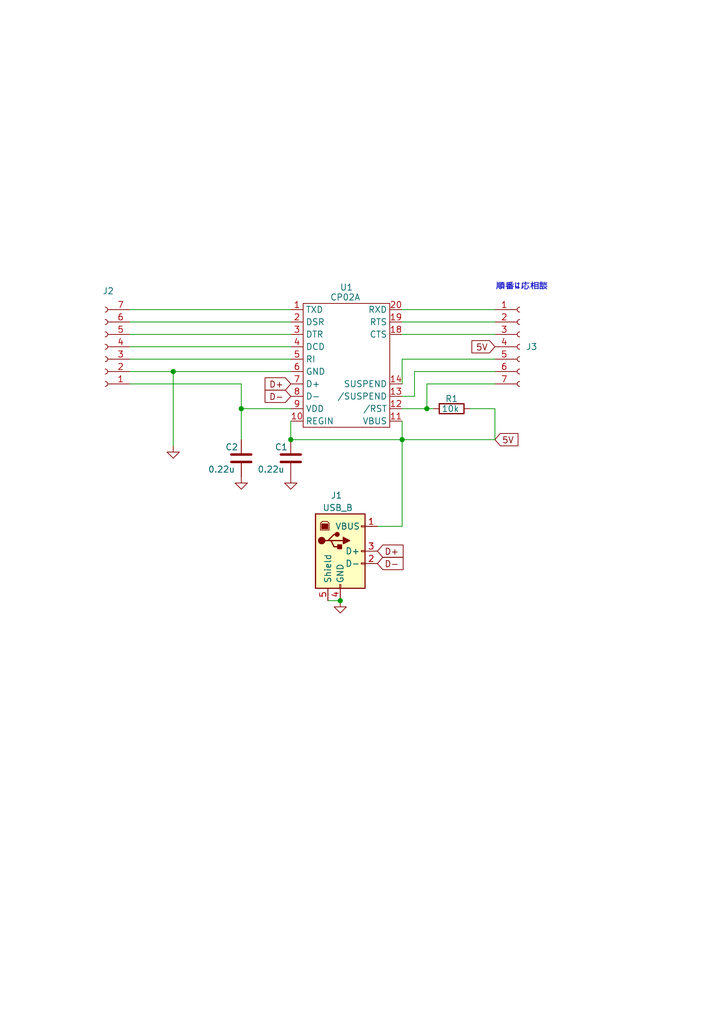
<source format=kicad_sch>
(kicad_sch (version 20250114) (generator "eeschema") (generator_version "9.0")
  (paper "A5" portrait)
  (lib_symbols
    (symbol "0Ore:CPA02A"
      (property "Reference" "U" (at 0 0 0))
      (symbol "CPA02A_0_1"
        (rectangle (start -7.62 26.67) (end 10.16 1.27))
      )
      (symbol "CPA02A_1_1"
        (pin input line (at -10.16 25.4 0) (length 2.54) (name "TXD") (number "1"))
        (pin input line (at -10.16 22.86 0) (length 2.54) (name "DSR") (number "2"))
        (pin input line (at -10.16 20.32 0) (length 2.54) (name "DTR") (number "3"))
        (pin input line (at -10.16 17.78 0) (length 2.54) (name "DCD") (number "4"))
        (pin input line (at -10.16 15.24 0) (length 2.54) (name "RI") (number "5"))
        (pin input line (at -10.16 12.7 0) (length 2.54) (name "GND") (number "6"))
        (pin input line (at -10.16 10.16 0) (length 2.54) (name "D+") (number "7"))
        (pin input line (at -10.16 7.62 0) (length 2.54) (name "D-") (number "8"))
        (pin input line (at -10.16 5.08 0) (length 2.54) (name "VDD") (number "9"))
        (pin input line (at -10.16 2.54 0) (length 2.54) (name "REGIN") (number "10"))
        (pin input line (at 12.7 25.4 180) (length 2.54) (name "RXD") (number "20"))
        (pin input line (at 12.7 22.86 180) (length 2.54) (name "RTS") (number "19"))
        (pin input line (at 12.7 20.32 180) (length 2.54) (name "CTS") (number "18"))
        (pin input line (at 12.7 10.16 180) (length 2.54) (name "SUSPEND") (number "14"))
        (pin input line (at 12.7 7.62 180) (length 2.54) (name "/SUSPEND") (number "13"))
        (pin input line (at 12.7 5.08 180) (length 2.54) (name "/RST") (number "12"))
        (pin input line (at 12.7 2.54 180) (length 2.54) (name "VBUS") (number "11"))
      )
    )
    (symbol "Connector:Conn_01x07_Socket" (pin_names (offset 1.016) (hide yes))
      (property "Reference" "J" (at 0 10.16 0))
      (property "Value" "Conn_01x07_Socket" (at 0 -10.16 0))
      (symbol "Conn_01x07_Socket_1_1"
        (polyline (pts (xy -1.27 7.62) (xy -0.508 7.62)) (stroke (width 0.1524)))
        (polyline (pts (xy -1.27 5.08) (xy -0.508 5.08)) (stroke (width 0.1524)))
        (polyline (pts (xy -1.27 2.54) (xy -0.508 2.54)) (stroke (width 0.1524)))
        (polyline (pts (xy -1.27 0) (xy -0.508 0)) (stroke (width 0.1524)))
        (polyline (pts (xy -1.27 -2.54) (xy -0.508 -2.54)) (stroke (width 0.1524)))
        (polyline (pts (xy -1.27 -5.08) (xy -0.508 -5.08)) (stroke (width 0.1524)))
        (polyline (pts (xy -1.27 -7.62) (xy -0.508 -7.62)) (stroke (width 0.1524)))
        (arc (start 0 7.112) (mid -0.5058 7.62) (end 0 8.128) (stroke (width 0.1524)))
        (arc (start 0 4.572) (mid -0.5058 5.08) (end 0 5.588) (stroke (width 0.1524)))
        (arc (start 0 2.032) (mid -0.5058 2.54) (end 0 3.048) (stroke (width 0.1524)))
        (arc (start 0 -0.508) (mid -0.5058 0) (end 0 0.508) (stroke (width 0.1524)))
        (arc (start 0 -3.048) (mid -0.5058 -2.54) (end 0 -2.032) (stroke (width 0.1524)))
        (arc (start 0 -5.588) (mid -0.5058 -5.08) (end 0 -4.572) (stroke (width 0.1524)))
        (arc (start 0 -8.128) (mid -0.5058 -7.62) (end 0 -7.112) (stroke (width 0.1524)))
        (pin passive line (at -5.08 7.62 0) (length 3.81) (name "Pin_1") (number "1"))
        (pin passive line (at -5.08 5.08 0) (length 3.81) (name "Pin_2") (number "2"))
        (pin passive line (at -5.08 2.54 0) (length 3.81) (name "Pin_3") (number "3"))
        (pin passive line (at -5.08 0 0) (length 3.81) (name "Pin_4") (number "4"))
        (pin passive line (at -5.08 -2.54 0) (length 3.81) (name "Pin_5") (number "5"))
        (pin passive line (at -5.08 -5.08 0) (length 3.81) (name "Pin_6") (number "6"))
        (pin passive line (at -5.08 -7.62 0) (length 3.81) (name "Pin_7") (number "7"))
      )
    )
    (symbol "Connector:USB_B" (pin_names (offset 1.016))
      (property "Reference" "J" (at -5.08 11.43 0))
      (property "Value" "USB_B" (at -5.08 8.89 0))
      (symbol "USB_B_0_1"
        (rectangle (start -5.08 -7.62) (end 5.08 7.62) (stroke (width 0.254)) (fill (type background)))
        (polyline (pts (xy -4.064 4.318) (xy -2.286 4.318) (xy -2.286 5.715) (xy -2.667 6.096) (xy -3.683 6.096) (xy -4.064 5.715) (xy -4.064 4.318)))
        (rectangle (start -3.81 5.588) (end -2.54 4.572) (fill (type outline)))
        (circle (center -3.81 2.159) (radius 0.635) (stroke (width 0.254)) (fill (type outline)))
        (polyline (pts (xy -3.175 2.159) (xy -2.54 2.159) (xy -1.27 3.429) (xy -0.635 3.429)) (stroke (width 0.254)))
        (polyline (pts (xy -2.54 2.159) (xy -1.905 2.159) (xy -1.27 0.889) (xy 0 0.889)) (stroke (width 0.254)))
        (polyline (pts (xy -1.905 2.159) (xy 0.635 2.159)) (stroke (width 0.254)))
        (circle (center -0.635 3.429) (radius 0.381) (stroke (width 0.254)) (fill (type outline)))
        (rectangle (start -0.127 -7.62) (end 0.127 -6.858))
        (rectangle (start 0.254 1.27) (end -0.508 0.508) (stroke (width 0.254)) (fill (type outline)))
        (polyline (pts (xy 0.635 2.794) (xy 0.635 1.524) (xy 1.905 2.159) (xy 0.635 2.794)) (stroke (width 0.254)) (fill (type outline)))
        (rectangle (start 5.08 4.953) (end 4.318 5.207))
        (rectangle (start 5.08 -0.127) (end 4.318 0.127))
        (rectangle (start 5.08 -2.667) (end 4.318 -2.413))
      )
      (symbol "USB_B_1_1"
        (pin passive line (at -2.54 -10.16 90) (length 2.54) (name "Shield") (number "5"))
        (pin power_out line (at 0 -10.16 90) (length 2.54) (name "GND") (number "4"))
        (pin power_out line (at 7.62 5.08 180) (length 2.54) (name "VBUS") (number "1"))
        (pin bidirectional line (at 7.62 0 180) (length 2.54) (name "D+") (number "3"))
        (pin bidirectional line (at 7.62 -2.54 180) (length 2.54) (name "D-") (number "2"))
      )
    )
    (symbol "Device:C" (pin_numbers (hide yes)) (pin_names (offset 0.254))
      (property "Reference" "C" (at 0.635 2.54 0))
      (property "Value" "C" (at 0.635 -2.54 0))
      (symbol "C_0_1"
        (polyline (pts (xy -2.032 0.762) (xy 2.032 0.762)) (stroke (width 0.508)))
        (polyline (pts (xy -2.032 -0.762) (xy 2.032 -0.762)) (stroke (width 0.508)))
      )
      (symbol "C_1_1"
        (pin passive line (at 0 3.81 270) (length 2.794) (name "~") (number "1"))
        (pin passive line (at 0 -3.81 90) (length 2.794) (name "~") (number "2"))
      )
    )
    (symbol "Device:R" (pin_numbers (hide yes)) (pin_names (offset 0))
      (property "Reference" "R" (at 2.032 0 90))
      (property "Value" "R" (at 0 0 90))
      (symbol "R_0_1"
        (rectangle (start -1.016 -2.54) (end 1.016 2.54) (stroke (width 0.254)))
      )
      (symbol "R_1_1"
        (pin passive line (at 0 3.81 270) (length 1.27) (name "~") (number "1"))
        (pin passive line (at 0 -3.81 90) (length 1.27) (name "~") (number "2"))
      )
    )
    (symbol "power:GND" (power) (pin_numbers (hide yes)) (pin_names (offset 0) (hide yes))
      (property "Value" "GND" (at 0 -3.81 0))
      (symbol "GND_0_1"
        (polyline (pts (xy 0 0) (xy 0 -1.27) (xy 1.27 -1.27) (xy 0 -2.54) (xy -1.27 -1.27) (xy 0 -1.27)))
      )
      (symbol "GND_1_1"
        (pin power_in line (at 0 0 270) (length 0) (name "~") (number "1"))
      )
    )
  )
  (text "順番は応相談" (at 107.188 58.928 0) (effects (font (size 1.27 1.27))))
  (junction (at 49.53 83.82))
  (junction (at 59.69 90.17))
  (junction (at 69.85 123.19))
  (junction (at 87.63 83.82))
  (junction (at 82.55 90.17))
  (junction (at 35.56 76.2))
  (wire (pts (xy 82.55 107.95) (xy 82.55 90.17)))
  (wire (pts (xy 87.63 78.74) (xy 87.63 83.82)))
  (wire (pts (xy 26.67 71.12) (xy 59.69 71.12)))
  (wire (pts (xy 82.55 90.17) (xy 82.55 86.36)))
  (wire (pts (xy 82.55 63.5) (xy 101.6 63.5)))
  (wire (pts (xy 87.63 78.74) (xy 101.6 78.74)))
  (wire (pts (xy 26.67 68.58) (xy 59.69 68.58)))
  (wire (pts (xy 49.53 83.82) (xy 49.53 78.74)))
  (wire (pts (xy 59.69 86.36) (xy 59.69 90.17)))
  (wire (pts (xy 82.55 81.28) (xy 85.09 81.28)))
  (wire (pts (xy 85.09 81.28) (xy 85.09 76.2)))
  (wire (pts (xy 35.56 76.2) (xy 59.69 76.2)))
  (wire (pts (xy 85.09 76.2) (xy 101.6 76.2)))
  (wire (pts (xy 87.63 83.82) (xy 82.55 83.82)))
  (wire (pts (xy 35.56 91.44) (xy 35.56 76.2)))
  (wire (pts (xy 82.55 66.04) (xy 101.6 66.04)))
  (wire (pts (xy 49.53 78.74) (xy 26.67 78.74)))
  (wire (pts (xy 88.9 83.82) (xy 87.63 83.82)))
  (wire (pts (xy 82.55 90.17) (xy 101.6 90.17)))
  (wire (pts (xy 59.69 90.17) (xy 82.55 90.17)))
  (wire (pts (xy 101.6 83.82) (xy 101.6 90.17)))
  (wire (pts (xy 77.47 107.95) (xy 82.55 107.95)))
  (wire (pts (xy 82.55 68.58) (xy 101.6 68.58)))
  (wire (pts (xy 49.53 90.17) (xy 49.53 83.82)))
  (wire (pts (xy 26.67 76.2) (xy 35.56 76.2)))
  (wire (pts (xy 82.55 73.66) (xy 101.6 73.66)))
  (wire (pts (xy 26.67 63.5) (xy 59.69 63.5)))
  (wire (pts (xy 49.53 83.82) (xy 59.69 83.82)))
  (wire (pts (xy 67.31 123.19) (xy 69.85 123.19)))
  (wire (pts (xy 96.52 83.82) (xy 101.6 83.82)))
  (wire (pts (xy 26.67 73.66) (xy 59.69 73.66)))
  (wire (pts (xy 82.55 78.74) (xy 82.55 73.66)))
  (wire (pts (xy 26.67 66.04) (xy 59.69 66.04)))
  (global_label "D-" (shape input) (at 59.69 81.28 180) (property "Intersheetrefs" "${INTERSHEET_REFS}" (effects (hide yes))))
  (global_label "D+" (shape input) (at 77.47 113.03 0) (property "Intersheetrefs" "${INTERSHEET_REFS}" (effects (hide yes))))
  (global_label "D-" (shape input) (at 77.47 115.57 0) (property "Intersheetrefs" "${INTERSHEET_REFS}" (effects (hide yes))))
  (global_label "D+" (shape input) (at 59.69 78.74 180) (property "Intersheetrefs" "${INTERSHEET_REFS}" (effects (hide yes))))
  (global_label "5V" (shape input) (at 101.6 90.17 0) (property "Intersheetrefs" "${INTERSHEET_REFS}" (effects (hide yes))))
  (global_label "5V" (shape input) (at 101.6 71.12 180) (property "Intersheetrefs" "${INTERSHEET_REFS}" (effects (hide yes))))
  (symbol (lib_id "Connector:USB_B") (at 69.85 113.03 0) (unit 1)
    (property "Reference" "J1" (at 69.088 101.6 0))
    (property "Value" "USB_B" (at 69.342 104.14 0))
    (property "Description" "USB Type B connector" (effects (hide yes)))
  )
  (symbol (lib_id "0Ore:CPA02A") (at 69.85 88.9 0) (unit 1)
    (property "Reference" "U1" (at 71.12 58.928 0))
    (property "Value" "CP02A" (at 70.866 60.96 0))
  )
  (symbol (lib_id "power:GND") (at 49.53 97.79 0) (unit 1)
    (property "Reference" "#PWR03" (effects (hide yes)))
    (property "Value" "GND" (effects (hide yes)))
    (property "Description" "Power symbol creates a global label with name \"GND\" , ground" (effects (hide yes)))
  )
  (symbol (lib_id "power:GND") (at 35.56 91.44 0) (unit 1)
    (property "Reference" "#PWR04" (effects (hide yes)))
    (property "Value" "GND" (effects (hide yes)))
    (property "Description" "Power symbol creates a global label with name \"GND\" , ground" (effects (hide yes)))
  )
  (symbol (lib_id "Connector:Conn_01x07_Socket") (at 21.59 71.12 180) (unit 1)
    (property "Reference" "J2" (at 22.225 59.69 0))
    (property "Value" "Conn_01x07_Socket" (effects (hide yes)))
    (property "Description" "Generic connector, single row, 01x07, script generated" (effects (hide yes)))
  )
  (symbol (lib_id "Device:R") (at 92.71 83.82 90) (unit 1)
    (property "Reference" "R1" (at 92.71 81.788 90))
    (property "Value" "10k" (at 92.456 83.82 90))
    (property "Description" "Resistor" (effects (hide yes)))
  )
  (symbol (lib_id "power:GND") (at 69.85 123.19 0) (unit 1)
    (property "Reference" "#PWR02" (effects (hide yes)))
    (property "Value" "GND" (effects (hide yes)))
    (property "Description" "Power symbol creates a global label with name \"GND\" , ground" (effects (hide yes)))
  )
  (symbol (lib_id "Connector:Conn_01x07_Socket") (at 106.68 71.12 0) (unit 1)
    (property "Reference" "J3" (at 107.95 71.1199 0) (effects (justify left)))
    (property "Value" "Conn_01x07_Socket" (effects (hide yes)))
    (property "Description" "Generic connector, single row, 01x07, script generated" (effects (hide yes)))
  )
  (symbol (lib_id "Device:C") (at 49.53 93.98 0) (unit 1)
    (property "Reference" "C2" (at 46.228 91.694 0) (effects (justify left)))
    (property "Value" "0.22u" (at 42.672 96.266 0) (effects (justify left)))
    (property "Description" "Unpolarized capacitor" (effects (hide yes)))
  )
  (symbol (lib_id "power:GND") (at 59.69 97.79 0) (unit 1)
    (property "Reference" "#PWR01" (effects (hide yes)))
    (property "Value" "GND" (effects (hide yes)))
    (property "Description" "Power symbol creates a global label with name \"GND\" , ground" (effects (hide yes)))
  )
  (symbol (lib_id "Device:C") (at 59.69 93.98 0) (unit 1)
    (property "Reference" "C1" (at 56.388 91.694 0) (effects (justify left)))
    (property "Value" "0.22u" (at 52.832 96.266 0) (effects (justify left)))
    (property "Description" "Unpolarized capacitor" (effects (hide yes)))
  )
)
</source>
